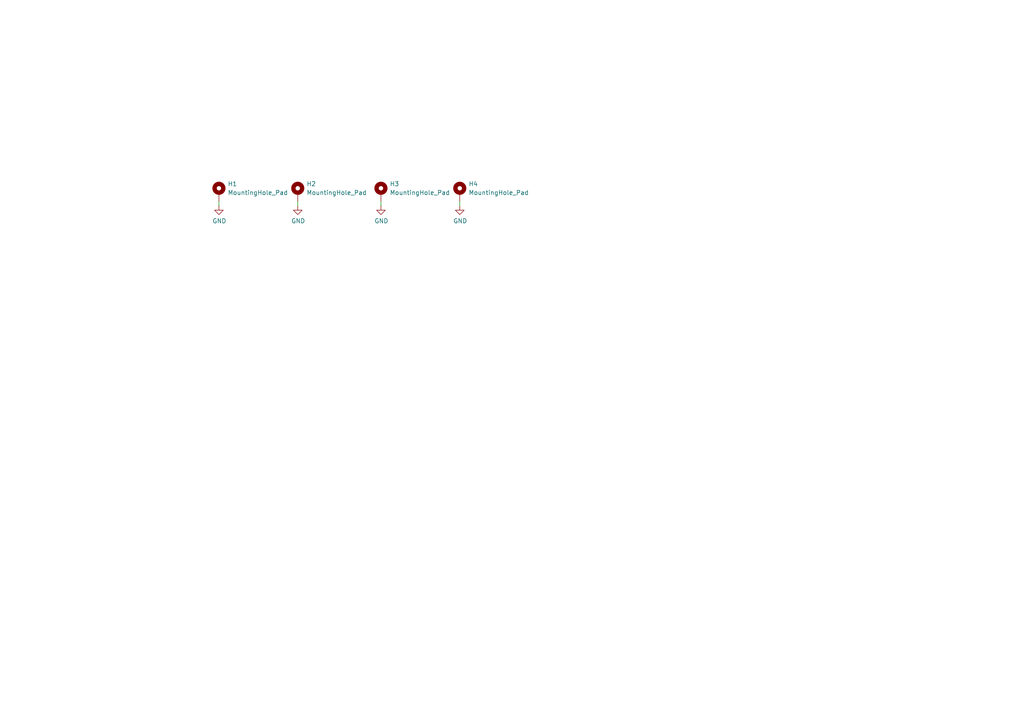
<source format=kicad_sch>
(kicad_sch (version 20231120) (generator "eeschema") (generator_version "8.0")
  (paper "A4")
  (lib_symbols
    (symbol "Mechanical:MountingHole_Pad" (pin_numbers hide) (pin_names (offset 1.016) hide) (exclude_from_sim yes) (in_bom no)
      (property "Reference" "H" (at 0 6.35 0))
      (property "Value" "MountingHole_Pad" (at 0 4.445 0))
      (symbol "MountingHole_Pad_0_1"
        (circle (center 0 1.27) (radius 1.27) (stroke (width 1.27)))
      )
      (symbol "MountingHole_Pad_1_1"
        (pin input line (at 0 -2.54 90) (length 2.54) (name "1") (number "1"))
      )
    )
    (symbol "power:GND" (power) (pin_numbers hide) (pin_names (offset 0) hide)
      (property "Value" "GND" (at 0 -3.81 0))
      (symbol "GND_0_1"
        (polyline (pts (xy 0 0) (xy 0 -1.27) (xy 1.27 -1.27) (xy 0 -2.54) (xy -1.27 -1.27) (xy 0 -1.27)))
      )
      (symbol "GND_1_1"
        (pin power_in line (at 0 0 270) (length 0) (name "~") (number "1"))
      )
    )
  )
  (wire (pts (xy 110.49 58.42) (xy 110.49 59.69)))
  (wire (pts (xy 133.35 58.42) (xy 133.35 59.69)))
  (wire (pts (xy 63.5 58.42) (xy 63.5 59.69)))
  (wire (pts (xy 86.36 58.42) (xy 86.36 59.69)))
  (symbol (lib_id "Mechanical:MountingHole_Pad") (at 86.36 55.88 0) (unit 1) (exclude_from_sim yes) (in_bom no)
    (property "Reference" "H2" (at 88.9 53.3399 0) (effects (justify left)))
    (property "Value" "MountingHole_Pad" (at 88.9 55.8799 0) (effects (justify left)))
    (property "Footprint" "MountingHole:MountingHole_3.5mm_Pad" (effects (hide yes)))
    (property "Description" "Mounting Hole with connection" (effects (hide yes)))
  )
  (symbol (lib_id "power:GND") (at 86.36 59.69 0) (unit 1)
    (property "Reference" "#PWR035" (effects (hide yes)))
    (property "Value" "GND" (at 86.487 64.0842 0))
  )
  (symbol (lib_id "power:GND") (at 63.5 59.69 0) (unit 1)
    (property "Reference" "#PWR034" (effects (hide yes)))
    (property "Value" "GND" (at 63.627 64.0842 0))
  )
  (symbol (lib_id "Mechanical:MountingHole_Pad") (at 110.49 55.88 0) (unit 1) (exclude_from_sim yes) (in_bom no)
    (property "Reference" "H3" (at 113.03 53.3399 0) (effects (justify left)))
    (property "Value" "MountingHole_Pad" (at 113.03 55.8799 0) (effects (justify left)))
    (property "Footprint" "MountingHole:MountingHole_3.5mm_Pad" (effects (hide yes)))
    (property "Description" "Mounting Hole with connection" (effects (hide yes)))
  )
  (symbol (lib_id "Mechanical:MountingHole_Pad") (at 63.5 55.88 0) (unit 1) (exclude_from_sim yes) (in_bom no)
    (property "Reference" "H1" (at 66.04 53.3399 0) (effects (justify left)))
    (property "Value" "MountingHole_Pad" (at 66.04 55.8799 0) (effects (justify left)))
    (property "Footprint" "MountingHole:MountingHole_3.5mm_Pad" (effects (hide yes)))
    (property "Description" "Mounting Hole with connection" (effects (hide yes)))
  )
  (symbol (lib_id "Mechanical:MountingHole_Pad") (at 133.35 55.88 0) (unit 1) (exclude_from_sim yes) (in_bom no)
    (property "Reference" "H4" (at 135.89 53.3399 0) (effects (justify left)))
    (property "Value" "MountingHole_Pad" (at 135.89 55.8799 0) (effects (justify left)))
    (property "Footprint" "MountingHole:MountingHole_3.5mm_Pad" (effects (hide yes)))
    (property "Description" "Mounting Hole with connection" (effects (hide yes)))
  )
  (symbol (lib_id "power:GND") (at 110.49 59.69 0) (unit 1)
    (property "Reference" "#PWR038" (effects (hide yes)))
    (property "Value" "GND" (at 110.617 64.0842 0))
  )
  (symbol (lib_id "power:GND") (at 133.35 59.69 0) (unit 1)
    (property "Reference" "#PWR039" (effects (hide yes)))
    (property "Value" "GND" (at 133.477 64.0842 0))
  )
)
</source>
